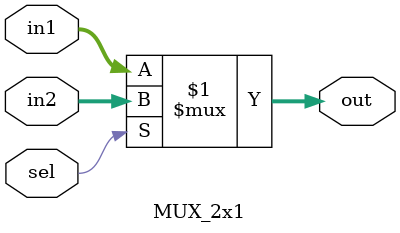
<source format=v>
module MUX_2x1 (
input [31:0] in1 , in2,
input sel,
output [31:0] out
);

assign out = (sel)? in2 : in1 ;

endmodule

</source>
